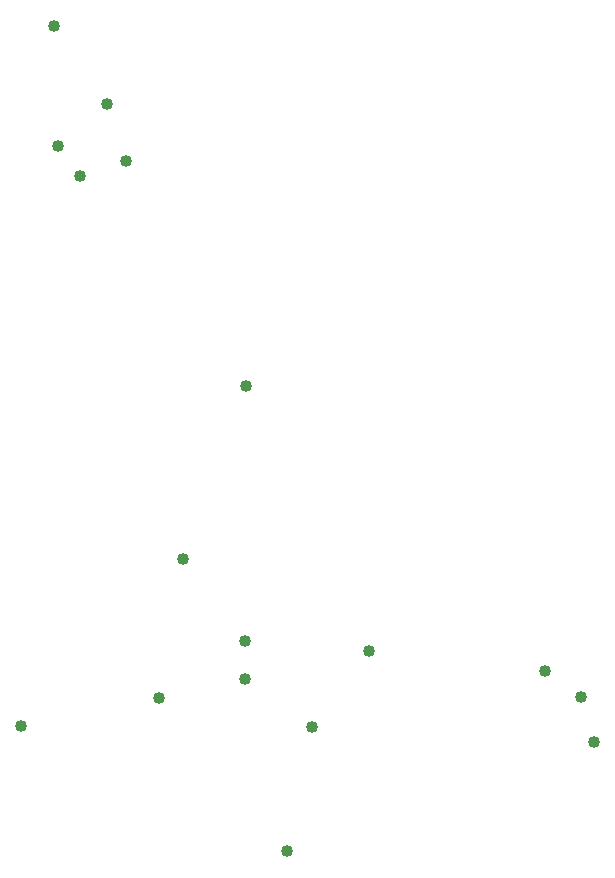
<source format=gbr>
G04 DipTrace 2.2.0.9*
%INBottomPaste.gbr*%
%MOIN*%
%ADD23C,0.04*%
%FSLAX44Y44*%
%SFA1B1*%
%OFA0B0*%
G04*
G70*
G90*
G75*
G01*
%LNBotPaste*%
%LPD*%
D23*
X11737Y15687D3*
X7427Y33427D3*
X9177Y30832D3*
X7562Y29427D3*
X24986Y11062D3*
X10927Y11037D3*
X16037Y10057D3*
X23802Y11942D3*
X6312Y10117D3*
X13792Y11682D3*
X17937Y12596D3*
X25437Y9562D3*
X13781Y12937D3*
X15187Y5937D3*
X13822Y21427D3*
X9832Y28937D3*
X8292Y28427D3*
M02*

</source>
